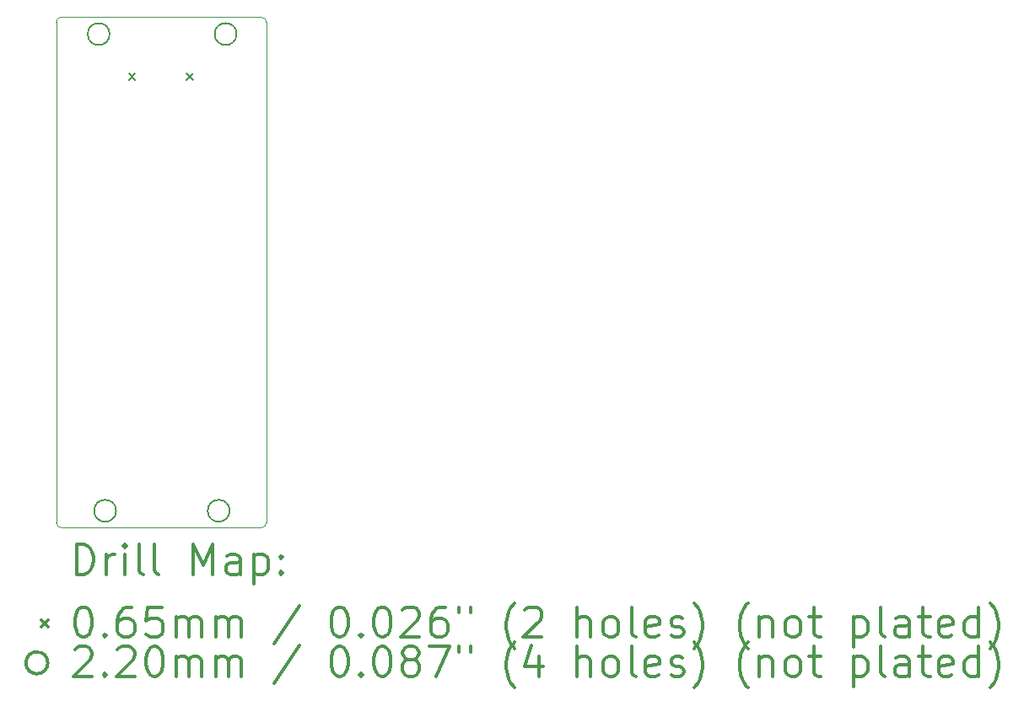
<source format=gbr>
%FSLAX45Y45*%
G04 Gerber Fmt 4.5, Leading zero omitted, Abs format (unit mm)*
G04 Created by KiCad (PCBNEW (5.1.9)-1) date 2021-05-14 16:57:35*
%MOMM*%
%LPD*%
G01*
G04 APERTURE LIST*
%TA.AperFunction,Profile*%
%ADD10C,0.050000*%
%TD*%
%ADD11C,0.200000*%
%ADD12C,0.300000*%
G04 APERTURE END LIST*
D10*
X11419000Y-10802500D02*
G75*
G02*
X11369000Y-10852500I-50000J0D01*
G01*
X9360000Y-10852500D02*
G75*
G02*
X9310000Y-10802500I0J50000D01*
G01*
X9310000Y-5772500D02*
G75*
G02*
X9360000Y-5722500I50000J0D01*
G01*
X11369000Y-5722500D02*
G75*
G02*
X11419000Y-5772500I0J-50000D01*
G01*
X11419000Y-10802500D02*
X11419000Y-5772500D01*
X9360000Y-5722500D02*
X11369000Y-5722500D01*
X9310000Y-10802500D02*
X9310000Y-5772500D01*
X9360000Y-10852500D02*
X11369000Y-10852500D01*
D11*
X10038500Y-6285000D02*
X10103500Y-6350000D01*
X10103500Y-6285000D02*
X10038500Y-6350000D01*
X10616500Y-6285000D02*
X10681500Y-6350000D01*
X10681500Y-6285000D02*
X10616500Y-6350000D01*
X9845000Y-5892500D02*
G75*
G03*
X9845000Y-5892500I-110000J0D01*
G01*
X9910000Y-10682500D02*
G75*
G03*
X9910000Y-10682500I-110000J0D01*
G01*
X11050000Y-10682500D02*
G75*
G03*
X11050000Y-10682500I-110000J0D01*
G01*
X11120000Y-5892500D02*
G75*
G03*
X11120000Y-5892500I-110000J0D01*
G01*
D12*
X9511429Y-11320714D02*
X9511429Y-11020714D01*
X9582857Y-11020714D01*
X9625714Y-11035000D01*
X9654286Y-11063572D01*
X9668571Y-11092143D01*
X9682857Y-11149286D01*
X9682857Y-11192143D01*
X9668571Y-11249286D01*
X9654286Y-11277857D01*
X9625714Y-11306429D01*
X9582857Y-11320714D01*
X9511429Y-11320714D01*
X9811429Y-11320714D02*
X9811429Y-11120714D01*
X9811429Y-11177857D02*
X9825714Y-11149286D01*
X9840000Y-11135000D01*
X9868571Y-11120714D01*
X9897143Y-11120714D01*
X9997143Y-11320714D02*
X9997143Y-11120714D01*
X9997143Y-11020714D02*
X9982857Y-11035000D01*
X9997143Y-11049286D01*
X10011429Y-11035000D01*
X9997143Y-11020714D01*
X9997143Y-11049286D01*
X10182857Y-11320714D02*
X10154286Y-11306429D01*
X10140000Y-11277857D01*
X10140000Y-11020714D01*
X10340000Y-11320714D02*
X10311429Y-11306429D01*
X10297143Y-11277857D01*
X10297143Y-11020714D01*
X10682857Y-11320714D02*
X10682857Y-11020714D01*
X10782857Y-11235000D01*
X10882857Y-11020714D01*
X10882857Y-11320714D01*
X11154286Y-11320714D02*
X11154286Y-11163572D01*
X11140000Y-11135000D01*
X11111429Y-11120714D01*
X11054286Y-11120714D01*
X11025714Y-11135000D01*
X11154286Y-11306429D02*
X11125714Y-11320714D01*
X11054286Y-11320714D01*
X11025714Y-11306429D01*
X11011429Y-11277857D01*
X11011429Y-11249286D01*
X11025714Y-11220714D01*
X11054286Y-11206429D01*
X11125714Y-11206429D01*
X11154286Y-11192143D01*
X11297143Y-11120714D02*
X11297143Y-11420714D01*
X11297143Y-11135000D02*
X11325714Y-11120714D01*
X11382857Y-11120714D01*
X11411428Y-11135000D01*
X11425714Y-11149286D01*
X11440000Y-11177857D01*
X11440000Y-11263571D01*
X11425714Y-11292143D01*
X11411428Y-11306429D01*
X11382857Y-11320714D01*
X11325714Y-11320714D01*
X11297143Y-11306429D01*
X11568571Y-11292143D02*
X11582857Y-11306429D01*
X11568571Y-11320714D01*
X11554286Y-11306429D01*
X11568571Y-11292143D01*
X11568571Y-11320714D01*
X11568571Y-11135000D02*
X11582857Y-11149286D01*
X11568571Y-11163572D01*
X11554286Y-11149286D01*
X11568571Y-11135000D01*
X11568571Y-11163572D01*
X9160000Y-11782500D02*
X9225000Y-11847500D01*
X9225000Y-11782500D02*
X9160000Y-11847500D01*
X9568571Y-11650714D02*
X9597143Y-11650714D01*
X9625714Y-11665000D01*
X9640000Y-11679286D01*
X9654286Y-11707857D01*
X9668571Y-11765000D01*
X9668571Y-11836429D01*
X9654286Y-11893571D01*
X9640000Y-11922143D01*
X9625714Y-11936429D01*
X9597143Y-11950714D01*
X9568571Y-11950714D01*
X9540000Y-11936429D01*
X9525714Y-11922143D01*
X9511429Y-11893571D01*
X9497143Y-11836429D01*
X9497143Y-11765000D01*
X9511429Y-11707857D01*
X9525714Y-11679286D01*
X9540000Y-11665000D01*
X9568571Y-11650714D01*
X9797143Y-11922143D02*
X9811429Y-11936429D01*
X9797143Y-11950714D01*
X9782857Y-11936429D01*
X9797143Y-11922143D01*
X9797143Y-11950714D01*
X10068571Y-11650714D02*
X10011429Y-11650714D01*
X9982857Y-11665000D01*
X9968571Y-11679286D01*
X9940000Y-11722143D01*
X9925714Y-11779286D01*
X9925714Y-11893571D01*
X9940000Y-11922143D01*
X9954286Y-11936429D01*
X9982857Y-11950714D01*
X10040000Y-11950714D01*
X10068571Y-11936429D01*
X10082857Y-11922143D01*
X10097143Y-11893571D01*
X10097143Y-11822143D01*
X10082857Y-11793571D01*
X10068571Y-11779286D01*
X10040000Y-11765000D01*
X9982857Y-11765000D01*
X9954286Y-11779286D01*
X9940000Y-11793571D01*
X9925714Y-11822143D01*
X10368571Y-11650714D02*
X10225714Y-11650714D01*
X10211429Y-11793571D01*
X10225714Y-11779286D01*
X10254286Y-11765000D01*
X10325714Y-11765000D01*
X10354286Y-11779286D01*
X10368571Y-11793571D01*
X10382857Y-11822143D01*
X10382857Y-11893571D01*
X10368571Y-11922143D01*
X10354286Y-11936429D01*
X10325714Y-11950714D01*
X10254286Y-11950714D01*
X10225714Y-11936429D01*
X10211429Y-11922143D01*
X10511429Y-11950714D02*
X10511429Y-11750714D01*
X10511429Y-11779286D02*
X10525714Y-11765000D01*
X10554286Y-11750714D01*
X10597143Y-11750714D01*
X10625714Y-11765000D01*
X10640000Y-11793571D01*
X10640000Y-11950714D01*
X10640000Y-11793571D02*
X10654286Y-11765000D01*
X10682857Y-11750714D01*
X10725714Y-11750714D01*
X10754286Y-11765000D01*
X10768571Y-11793571D01*
X10768571Y-11950714D01*
X10911429Y-11950714D02*
X10911429Y-11750714D01*
X10911429Y-11779286D02*
X10925714Y-11765000D01*
X10954286Y-11750714D01*
X10997143Y-11750714D01*
X11025714Y-11765000D01*
X11040000Y-11793571D01*
X11040000Y-11950714D01*
X11040000Y-11793571D02*
X11054286Y-11765000D01*
X11082857Y-11750714D01*
X11125714Y-11750714D01*
X11154286Y-11765000D01*
X11168571Y-11793571D01*
X11168571Y-11950714D01*
X11754286Y-11636429D02*
X11497143Y-12022143D01*
X12140000Y-11650714D02*
X12168571Y-11650714D01*
X12197143Y-11665000D01*
X12211428Y-11679286D01*
X12225714Y-11707857D01*
X12240000Y-11765000D01*
X12240000Y-11836429D01*
X12225714Y-11893571D01*
X12211428Y-11922143D01*
X12197143Y-11936429D01*
X12168571Y-11950714D01*
X12140000Y-11950714D01*
X12111428Y-11936429D01*
X12097143Y-11922143D01*
X12082857Y-11893571D01*
X12068571Y-11836429D01*
X12068571Y-11765000D01*
X12082857Y-11707857D01*
X12097143Y-11679286D01*
X12111428Y-11665000D01*
X12140000Y-11650714D01*
X12368571Y-11922143D02*
X12382857Y-11936429D01*
X12368571Y-11950714D01*
X12354286Y-11936429D01*
X12368571Y-11922143D01*
X12368571Y-11950714D01*
X12568571Y-11650714D02*
X12597143Y-11650714D01*
X12625714Y-11665000D01*
X12640000Y-11679286D01*
X12654286Y-11707857D01*
X12668571Y-11765000D01*
X12668571Y-11836429D01*
X12654286Y-11893571D01*
X12640000Y-11922143D01*
X12625714Y-11936429D01*
X12597143Y-11950714D01*
X12568571Y-11950714D01*
X12540000Y-11936429D01*
X12525714Y-11922143D01*
X12511428Y-11893571D01*
X12497143Y-11836429D01*
X12497143Y-11765000D01*
X12511428Y-11707857D01*
X12525714Y-11679286D01*
X12540000Y-11665000D01*
X12568571Y-11650714D01*
X12782857Y-11679286D02*
X12797143Y-11665000D01*
X12825714Y-11650714D01*
X12897143Y-11650714D01*
X12925714Y-11665000D01*
X12940000Y-11679286D01*
X12954286Y-11707857D01*
X12954286Y-11736429D01*
X12940000Y-11779286D01*
X12768571Y-11950714D01*
X12954286Y-11950714D01*
X13211428Y-11650714D02*
X13154286Y-11650714D01*
X13125714Y-11665000D01*
X13111428Y-11679286D01*
X13082857Y-11722143D01*
X13068571Y-11779286D01*
X13068571Y-11893571D01*
X13082857Y-11922143D01*
X13097143Y-11936429D01*
X13125714Y-11950714D01*
X13182857Y-11950714D01*
X13211428Y-11936429D01*
X13225714Y-11922143D01*
X13240000Y-11893571D01*
X13240000Y-11822143D01*
X13225714Y-11793571D01*
X13211428Y-11779286D01*
X13182857Y-11765000D01*
X13125714Y-11765000D01*
X13097143Y-11779286D01*
X13082857Y-11793571D01*
X13068571Y-11822143D01*
X13354286Y-11650714D02*
X13354286Y-11707857D01*
X13468571Y-11650714D02*
X13468571Y-11707857D01*
X13911428Y-12065000D02*
X13897143Y-12050714D01*
X13868571Y-12007857D01*
X13854286Y-11979286D01*
X13840000Y-11936429D01*
X13825714Y-11865000D01*
X13825714Y-11807857D01*
X13840000Y-11736429D01*
X13854286Y-11693571D01*
X13868571Y-11665000D01*
X13897143Y-11622143D01*
X13911428Y-11607857D01*
X14011428Y-11679286D02*
X14025714Y-11665000D01*
X14054286Y-11650714D01*
X14125714Y-11650714D01*
X14154286Y-11665000D01*
X14168571Y-11679286D01*
X14182857Y-11707857D01*
X14182857Y-11736429D01*
X14168571Y-11779286D01*
X13997143Y-11950714D01*
X14182857Y-11950714D01*
X14540000Y-11950714D02*
X14540000Y-11650714D01*
X14668571Y-11950714D02*
X14668571Y-11793571D01*
X14654286Y-11765000D01*
X14625714Y-11750714D01*
X14582857Y-11750714D01*
X14554286Y-11765000D01*
X14540000Y-11779286D01*
X14854286Y-11950714D02*
X14825714Y-11936429D01*
X14811428Y-11922143D01*
X14797143Y-11893571D01*
X14797143Y-11807857D01*
X14811428Y-11779286D01*
X14825714Y-11765000D01*
X14854286Y-11750714D01*
X14897143Y-11750714D01*
X14925714Y-11765000D01*
X14940000Y-11779286D01*
X14954286Y-11807857D01*
X14954286Y-11893571D01*
X14940000Y-11922143D01*
X14925714Y-11936429D01*
X14897143Y-11950714D01*
X14854286Y-11950714D01*
X15125714Y-11950714D02*
X15097143Y-11936429D01*
X15082857Y-11907857D01*
X15082857Y-11650714D01*
X15354286Y-11936429D02*
X15325714Y-11950714D01*
X15268571Y-11950714D01*
X15240000Y-11936429D01*
X15225714Y-11907857D01*
X15225714Y-11793571D01*
X15240000Y-11765000D01*
X15268571Y-11750714D01*
X15325714Y-11750714D01*
X15354286Y-11765000D01*
X15368571Y-11793571D01*
X15368571Y-11822143D01*
X15225714Y-11850714D01*
X15482857Y-11936429D02*
X15511428Y-11950714D01*
X15568571Y-11950714D01*
X15597143Y-11936429D01*
X15611428Y-11907857D01*
X15611428Y-11893571D01*
X15597143Y-11865000D01*
X15568571Y-11850714D01*
X15525714Y-11850714D01*
X15497143Y-11836429D01*
X15482857Y-11807857D01*
X15482857Y-11793571D01*
X15497143Y-11765000D01*
X15525714Y-11750714D01*
X15568571Y-11750714D01*
X15597143Y-11765000D01*
X15711428Y-12065000D02*
X15725714Y-12050714D01*
X15754286Y-12007857D01*
X15768571Y-11979286D01*
X15782857Y-11936429D01*
X15797143Y-11865000D01*
X15797143Y-11807857D01*
X15782857Y-11736429D01*
X15768571Y-11693571D01*
X15754286Y-11665000D01*
X15725714Y-11622143D01*
X15711428Y-11607857D01*
X16254286Y-12065000D02*
X16240000Y-12050714D01*
X16211428Y-12007857D01*
X16197143Y-11979286D01*
X16182857Y-11936429D01*
X16168571Y-11865000D01*
X16168571Y-11807857D01*
X16182857Y-11736429D01*
X16197143Y-11693571D01*
X16211428Y-11665000D01*
X16240000Y-11622143D01*
X16254286Y-11607857D01*
X16368571Y-11750714D02*
X16368571Y-11950714D01*
X16368571Y-11779286D02*
X16382857Y-11765000D01*
X16411428Y-11750714D01*
X16454286Y-11750714D01*
X16482857Y-11765000D01*
X16497143Y-11793571D01*
X16497143Y-11950714D01*
X16682857Y-11950714D02*
X16654286Y-11936429D01*
X16640000Y-11922143D01*
X16625714Y-11893571D01*
X16625714Y-11807857D01*
X16640000Y-11779286D01*
X16654286Y-11765000D01*
X16682857Y-11750714D01*
X16725714Y-11750714D01*
X16754286Y-11765000D01*
X16768571Y-11779286D01*
X16782857Y-11807857D01*
X16782857Y-11893571D01*
X16768571Y-11922143D01*
X16754286Y-11936429D01*
X16725714Y-11950714D01*
X16682857Y-11950714D01*
X16868571Y-11750714D02*
X16982857Y-11750714D01*
X16911429Y-11650714D02*
X16911429Y-11907857D01*
X16925714Y-11936429D01*
X16954286Y-11950714D01*
X16982857Y-11950714D01*
X17311429Y-11750714D02*
X17311429Y-12050714D01*
X17311429Y-11765000D02*
X17340000Y-11750714D01*
X17397143Y-11750714D01*
X17425714Y-11765000D01*
X17440000Y-11779286D01*
X17454286Y-11807857D01*
X17454286Y-11893571D01*
X17440000Y-11922143D01*
X17425714Y-11936429D01*
X17397143Y-11950714D01*
X17340000Y-11950714D01*
X17311429Y-11936429D01*
X17625714Y-11950714D02*
X17597143Y-11936429D01*
X17582857Y-11907857D01*
X17582857Y-11650714D01*
X17868571Y-11950714D02*
X17868571Y-11793571D01*
X17854286Y-11765000D01*
X17825714Y-11750714D01*
X17768571Y-11750714D01*
X17740000Y-11765000D01*
X17868571Y-11936429D02*
X17840000Y-11950714D01*
X17768571Y-11950714D01*
X17740000Y-11936429D01*
X17725714Y-11907857D01*
X17725714Y-11879286D01*
X17740000Y-11850714D01*
X17768571Y-11836429D01*
X17840000Y-11836429D01*
X17868571Y-11822143D01*
X17968571Y-11750714D02*
X18082857Y-11750714D01*
X18011429Y-11650714D02*
X18011429Y-11907857D01*
X18025714Y-11936429D01*
X18054286Y-11950714D01*
X18082857Y-11950714D01*
X18297143Y-11936429D02*
X18268571Y-11950714D01*
X18211429Y-11950714D01*
X18182857Y-11936429D01*
X18168571Y-11907857D01*
X18168571Y-11793571D01*
X18182857Y-11765000D01*
X18211429Y-11750714D01*
X18268571Y-11750714D01*
X18297143Y-11765000D01*
X18311429Y-11793571D01*
X18311429Y-11822143D01*
X18168571Y-11850714D01*
X18568571Y-11950714D02*
X18568571Y-11650714D01*
X18568571Y-11936429D02*
X18540000Y-11950714D01*
X18482857Y-11950714D01*
X18454286Y-11936429D01*
X18440000Y-11922143D01*
X18425714Y-11893571D01*
X18425714Y-11807857D01*
X18440000Y-11779286D01*
X18454286Y-11765000D01*
X18482857Y-11750714D01*
X18540000Y-11750714D01*
X18568571Y-11765000D01*
X18682857Y-12065000D02*
X18697143Y-12050714D01*
X18725714Y-12007857D01*
X18740000Y-11979286D01*
X18754286Y-11936429D01*
X18768571Y-11865000D01*
X18768571Y-11807857D01*
X18754286Y-11736429D01*
X18740000Y-11693571D01*
X18725714Y-11665000D01*
X18697143Y-11622143D01*
X18682857Y-11607857D01*
X9225000Y-12211000D02*
G75*
G03*
X9225000Y-12211000I-110000J0D01*
G01*
X9497143Y-12075286D02*
X9511429Y-12061000D01*
X9540000Y-12046714D01*
X9611429Y-12046714D01*
X9640000Y-12061000D01*
X9654286Y-12075286D01*
X9668571Y-12103857D01*
X9668571Y-12132429D01*
X9654286Y-12175286D01*
X9482857Y-12346714D01*
X9668571Y-12346714D01*
X9797143Y-12318143D02*
X9811429Y-12332429D01*
X9797143Y-12346714D01*
X9782857Y-12332429D01*
X9797143Y-12318143D01*
X9797143Y-12346714D01*
X9925714Y-12075286D02*
X9940000Y-12061000D01*
X9968571Y-12046714D01*
X10040000Y-12046714D01*
X10068571Y-12061000D01*
X10082857Y-12075286D01*
X10097143Y-12103857D01*
X10097143Y-12132429D01*
X10082857Y-12175286D01*
X9911429Y-12346714D01*
X10097143Y-12346714D01*
X10282857Y-12046714D02*
X10311429Y-12046714D01*
X10340000Y-12061000D01*
X10354286Y-12075286D01*
X10368571Y-12103857D01*
X10382857Y-12161000D01*
X10382857Y-12232429D01*
X10368571Y-12289571D01*
X10354286Y-12318143D01*
X10340000Y-12332429D01*
X10311429Y-12346714D01*
X10282857Y-12346714D01*
X10254286Y-12332429D01*
X10240000Y-12318143D01*
X10225714Y-12289571D01*
X10211429Y-12232429D01*
X10211429Y-12161000D01*
X10225714Y-12103857D01*
X10240000Y-12075286D01*
X10254286Y-12061000D01*
X10282857Y-12046714D01*
X10511429Y-12346714D02*
X10511429Y-12146714D01*
X10511429Y-12175286D02*
X10525714Y-12161000D01*
X10554286Y-12146714D01*
X10597143Y-12146714D01*
X10625714Y-12161000D01*
X10640000Y-12189571D01*
X10640000Y-12346714D01*
X10640000Y-12189571D02*
X10654286Y-12161000D01*
X10682857Y-12146714D01*
X10725714Y-12146714D01*
X10754286Y-12161000D01*
X10768571Y-12189571D01*
X10768571Y-12346714D01*
X10911429Y-12346714D02*
X10911429Y-12146714D01*
X10911429Y-12175286D02*
X10925714Y-12161000D01*
X10954286Y-12146714D01*
X10997143Y-12146714D01*
X11025714Y-12161000D01*
X11040000Y-12189571D01*
X11040000Y-12346714D01*
X11040000Y-12189571D02*
X11054286Y-12161000D01*
X11082857Y-12146714D01*
X11125714Y-12146714D01*
X11154286Y-12161000D01*
X11168571Y-12189571D01*
X11168571Y-12346714D01*
X11754286Y-12032429D02*
X11497143Y-12418143D01*
X12140000Y-12046714D02*
X12168571Y-12046714D01*
X12197143Y-12061000D01*
X12211428Y-12075286D01*
X12225714Y-12103857D01*
X12240000Y-12161000D01*
X12240000Y-12232429D01*
X12225714Y-12289571D01*
X12211428Y-12318143D01*
X12197143Y-12332429D01*
X12168571Y-12346714D01*
X12140000Y-12346714D01*
X12111428Y-12332429D01*
X12097143Y-12318143D01*
X12082857Y-12289571D01*
X12068571Y-12232429D01*
X12068571Y-12161000D01*
X12082857Y-12103857D01*
X12097143Y-12075286D01*
X12111428Y-12061000D01*
X12140000Y-12046714D01*
X12368571Y-12318143D02*
X12382857Y-12332429D01*
X12368571Y-12346714D01*
X12354286Y-12332429D01*
X12368571Y-12318143D01*
X12368571Y-12346714D01*
X12568571Y-12046714D02*
X12597143Y-12046714D01*
X12625714Y-12061000D01*
X12640000Y-12075286D01*
X12654286Y-12103857D01*
X12668571Y-12161000D01*
X12668571Y-12232429D01*
X12654286Y-12289571D01*
X12640000Y-12318143D01*
X12625714Y-12332429D01*
X12597143Y-12346714D01*
X12568571Y-12346714D01*
X12540000Y-12332429D01*
X12525714Y-12318143D01*
X12511428Y-12289571D01*
X12497143Y-12232429D01*
X12497143Y-12161000D01*
X12511428Y-12103857D01*
X12525714Y-12075286D01*
X12540000Y-12061000D01*
X12568571Y-12046714D01*
X12840000Y-12175286D02*
X12811428Y-12161000D01*
X12797143Y-12146714D01*
X12782857Y-12118143D01*
X12782857Y-12103857D01*
X12797143Y-12075286D01*
X12811428Y-12061000D01*
X12840000Y-12046714D01*
X12897143Y-12046714D01*
X12925714Y-12061000D01*
X12940000Y-12075286D01*
X12954286Y-12103857D01*
X12954286Y-12118143D01*
X12940000Y-12146714D01*
X12925714Y-12161000D01*
X12897143Y-12175286D01*
X12840000Y-12175286D01*
X12811428Y-12189571D01*
X12797143Y-12203857D01*
X12782857Y-12232429D01*
X12782857Y-12289571D01*
X12797143Y-12318143D01*
X12811428Y-12332429D01*
X12840000Y-12346714D01*
X12897143Y-12346714D01*
X12925714Y-12332429D01*
X12940000Y-12318143D01*
X12954286Y-12289571D01*
X12954286Y-12232429D01*
X12940000Y-12203857D01*
X12925714Y-12189571D01*
X12897143Y-12175286D01*
X13054286Y-12046714D02*
X13254286Y-12046714D01*
X13125714Y-12346714D01*
X13354286Y-12046714D02*
X13354286Y-12103857D01*
X13468571Y-12046714D02*
X13468571Y-12103857D01*
X13911428Y-12461000D02*
X13897143Y-12446714D01*
X13868571Y-12403857D01*
X13854286Y-12375286D01*
X13840000Y-12332429D01*
X13825714Y-12261000D01*
X13825714Y-12203857D01*
X13840000Y-12132429D01*
X13854286Y-12089571D01*
X13868571Y-12061000D01*
X13897143Y-12018143D01*
X13911428Y-12003857D01*
X14154286Y-12146714D02*
X14154286Y-12346714D01*
X14082857Y-12032429D02*
X14011428Y-12246714D01*
X14197143Y-12246714D01*
X14540000Y-12346714D02*
X14540000Y-12046714D01*
X14668571Y-12346714D02*
X14668571Y-12189571D01*
X14654286Y-12161000D01*
X14625714Y-12146714D01*
X14582857Y-12146714D01*
X14554286Y-12161000D01*
X14540000Y-12175286D01*
X14854286Y-12346714D02*
X14825714Y-12332429D01*
X14811428Y-12318143D01*
X14797143Y-12289571D01*
X14797143Y-12203857D01*
X14811428Y-12175286D01*
X14825714Y-12161000D01*
X14854286Y-12146714D01*
X14897143Y-12146714D01*
X14925714Y-12161000D01*
X14940000Y-12175286D01*
X14954286Y-12203857D01*
X14954286Y-12289571D01*
X14940000Y-12318143D01*
X14925714Y-12332429D01*
X14897143Y-12346714D01*
X14854286Y-12346714D01*
X15125714Y-12346714D02*
X15097143Y-12332429D01*
X15082857Y-12303857D01*
X15082857Y-12046714D01*
X15354286Y-12332429D02*
X15325714Y-12346714D01*
X15268571Y-12346714D01*
X15240000Y-12332429D01*
X15225714Y-12303857D01*
X15225714Y-12189571D01*
X15240000Y-12161000D01*
X15268571Y-12146714D01*
X15325714Y-12146714D01*
X15354286Y-12161000D01*
X15368571Y-12189571D01*
X15368571Y-12218143D01*
X15225714Y-12246714D01*
X15482857Y-12332429D02*
X15511428Y-12346714D01*
X15568571Y-12346714D01*
X15597143Y-12332429D01*
X15611428Y-12303857D01*
X15611428Y-12289571D01*
X15597143Y-12261000D01*
X15568571Y-12246714D01*
X15525714Y-12246714D01*
X15497143Y-12232429D01*
X15482857Y-12203857D01*
X15482857Y-12189571D01*
X15497143Y-12161000D01*
X15525714Y-12146714D01*
X15568571Y-12146714D01*
X15597143Y-12161000D01*
X15711428Y-12461000D02*
X15725714Y-12446714D01*
X15754286Y-12403857D01*
X15768571Y-12375286D01*
X15782857Y-12332429D01*
X15797143Y-12261000D01*
X15797143Y-12203857D01*
X15782857Y-12132429D01*
X15768571Y-12089571D01*
X15754286Y-12061000D01*
X15725714Y-12018143D01*
X15711428Y-12003857D01*
X16254286Y-12461000D02*
X16240000Y-12446714D01*
X16211428Y-12403857D01*
X16197143Y-12375286D01*
X16182857Y-12332429D01*
X16168571Y-12261000D01*
X16168571Y-12203857D01*
X16182857Y-12132429D01*
X16197143Y-12089571D01*
X16211428Y-12061000D01*
X16240000Y-12018143D01*
X16254286Y-12003857D01*
X16368571Y-12146714D02*
X16368571Y-12346714D01*
X16368571Y-12175286D02*
X16382857Y-12161000D01*
X16411428Y-12146714D01*
X16454286Y-12146714D01*
X16482857Y-12161000D01*
X16497143Y-12189571D01*
X16497143Y-12346714D01*
X16682857Y-12346714D02*
X16654286Y-12332429D01*
X16640000Y-12318143D01*
X16625714Y-12289571D01*
X16625714Y-12203857D01*
X16640000Y-12175286D01*
X16654286Y-12161000D01*
X16682857Y-12146714D01*
X16725714Y-12146714D01*
X16754286Y-12161000D01*
X16768571Y-12175286D01*
X16782857Y-12203857D01*
X16782857Y-12289571D01*
X16768571Y-12318143D01*
X16754286Y-12332429D01*
X16725714Y-12346714D01*
X16682857Y-12346714D01*
X16868571Y-12146714D02*
X16982857Y-12146714D01*
X16911429Y-12046714D02*
X16911429Y-12303857D01*
X16925714Y-12332429D01*
X16954286Y-12346714D01*
X16982857Y-12346714D01*
X17311429Y-12146714D02*
X17311429Y-12446714D01*
X17311429Y-12161000D02*
X17340000Y-12146714D01*
X17397143Y-12146714D01*
X17425714Y-12161000D01*
X17440000Y-12175286D01*
X17454286Y-12203857D01*
X17454286Y-12289571D01*
X17440000Y-12318143D01*
X17425714Y-12332429D01*
X17397143Y-12346714D01*
X17340000Y-12346714D01*
X17311429Y-12332429D01*
X17625714Y-12346714D02*
X17597143Y-12332429D01*
X17582857Y-12303857D01*
X17582857Y-12046714D01*
X17868571Y-12346714D02*
X17868571Y-12189571D01*
X17854286Y-12161000D01*
X17825714Y-12146714D01*
X17768571Y-12146714D01*
X17740000Y-12161000D01*
X17868571Y-12332429D02*
X17840000Y-12346714D01*
X17768571Y-12346714D01*
X17740000Y-12332429D01*
X17725714Y-12303857D01*
X17725714Y-12275286D01*
X17740000Y-12246714D01*
X17768571Y-12232429D01*
X17840000Y-12232429D01*
X17868571Y-12218143D01*
X17968571Y-12146714D02*
X18082857Y-12146714D01*
X18011429Y-12046714D02*
X18011429Y-12303857D01*
X18025714Y-12332429D01*
X18054286Y-12346714D01*
X18082857Y-12346714D01*
X18297143Y-12332429D02*
X18268571Y-12346714D01*
X18211429Y-12346714D01*
X18182857Y-12332429D01*
X18168571Y-12303857D01*
X18168571Y-12189571D01*
X18182857Y-12161000D01*
X18211429Y-12146714D01*
X18268571Y-12146714D01*
X18297143Y-12161000D01*
X18311429Y-12189571D01*
X18311429Y-12218143D01*
X18168571Y-12246714D01*
X18568571Y-12346714D02*
X18568571Y-12046714D01*
X18568571Y-12332429D02*
X18540000Y-12346714D01*
X18482857Y-12346714D01*
X18454286Y-12332429D01*
X18440000Y-12318143D01*
X18425714Y-12289571D01*
X18425714Y-12203857D01*
X18440000Y-12175286D01*
X18454286Y-12161000D01*
X18482857Y-12146714D01*
X18540000Y-12146714D01*
X18568571Y-12161000D01*
X18682857Y-12461000D02*
X18697143Y-12446714D01*
X18725714Y-12403857D01*
X18740000Y-12375286D01*
X18754286Y-12332429D01*
X18768571Y-12261000D01*
X18768571Y-12203857D01*
X18754286Y-12132429D01*
X18740000Y-12089571D01*
X18725714Y-12061000D01*
X18697143Y-12018143D01*
X18682857Y-12003857D01*
M02*

</source>
